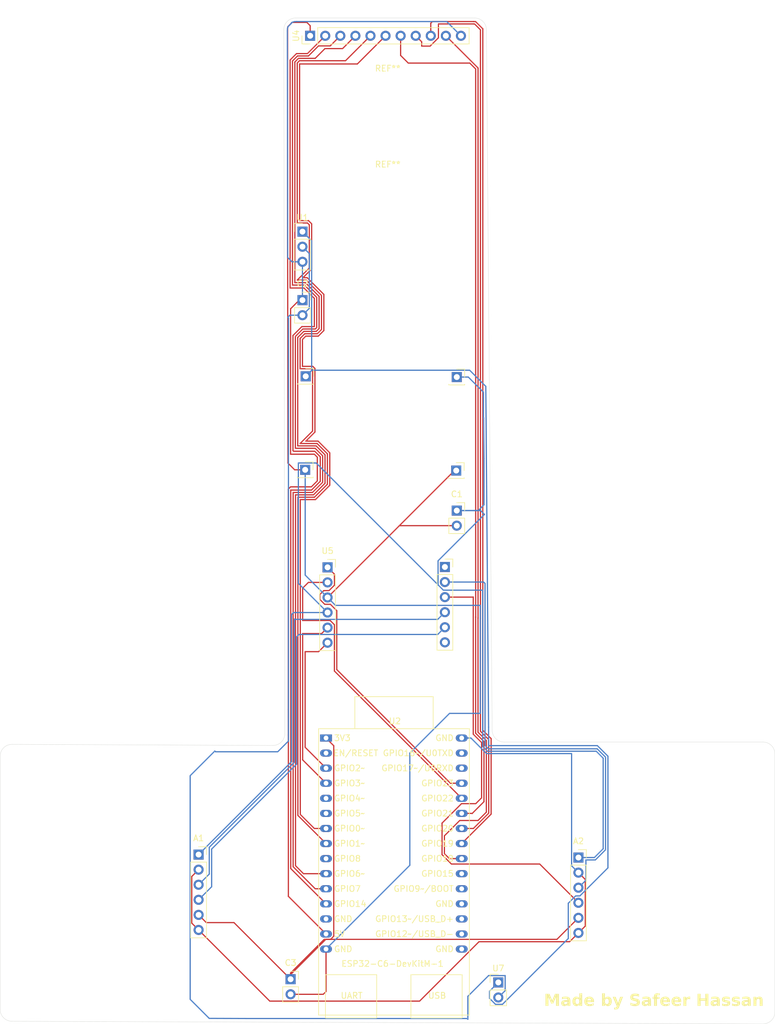
<source format=kicad_pcb>
(kicad_pcb (version 20241229) (generator "pcbnew") (generator_version "9.0")
  (layers (0 "F.Cu" signal) (2 "B.Cu" signal) (13 "F.Paste" user) (15 "B.Paste" user) (5 "F.SilkS" user "F.Silkscreen") (7 "B.SilkS" user "B.Silkscreen") (1 "F.Mask" user) (3 "B.Mask" user) (25 "Edge.Cuts" user))
  (net 0 "")
  (net 1 "Net-(A1-Encoder+)")
  (net 2 "Net-(A1-Motor+)")
  (net 3 "Net-(A1-Encoder-)")
  (net 4 "Net-(A1-IN2)")
  (net 5 "Net-(A1-IN1)")
  (net 6 "Net-(A2-IN2)")
  (net 7 "Net-(A2-IN1)")
  (net 8 "Net-(U4-GND)")
  (net 9 "Net-(U1-GND)")
  (net 10 "Net-(U1-VCC_5V)")
  (net 11 "Net-(U1-VCC)")
  (net 15 "Net-(U2-GPIO23)")
  (net 16 "Net-(U2-GPIO14)")
  (net 21 "Net-(U2-GPIO20)")
  (net 22 "Net-(U2-GPIO6)")
  (net 24 "Net-(U2-GPIO22)")
  (net 25 "Net-(U2-GPIO7)")
  (net 26 "Net-(U2-GPIO18)")
  (net 27 "Net-(U2-GPIO1)")
  (net 29 "Net-(U2-GPIO2)")
  (net 31 "Net-(U2-GPIO21)")
  (net 32 "Net-(U2-GPIO3)")
  (net 34 "Net-(U2-GPIO19)")
  (net 37 "Net-(U2-GPIO0)")
  (footprint "Line Following Robot:Capacitor" (layer "F.Cu") (at 114 98.5)
    (property "Reference" "C1" (at 0 -2.77 0) (layer "F.SilkS"))
    (property "Value" "470 uF")
    (pad "1" thru_hole rect (at 0 0) (size 1.7 1.7) (drill 1) (layers "*.Cu" "*.Mask") (net 2 "Net-(A1-Motor+)"))
    (pad "2" thru_hole circle (at 0 2.54) (size 1.7 1.7) (drill 1) (layers "*.Cu" "*.Mask") (net 8 "Net-(U4-GND)"))
  )
  (footprint "MountingHole:MountingHole_2.2mm_M2" (layer "F.Cu") (at 62.32 154.45)
    (property "Reference" "REF**" (hide yes))
    (property "Value" "MountingHole_2.2mm_M2")
    (pad "" np_thru_hole circle (at 0 0) (size 2.2 2.2) (drill 2.2) (layers "*.Cu" "*.Mask"))
  )
  (footprint "MountingHole:MountingHole_2.7mm" (layer "F.Cu") (at 102.38 27.65)
    (property "Reference" "REF**" (at 0 -3.65 0) (layer "F.SilkS"))
    (property "Value" "MountingHole_2.7mm")
    (pad "" np_thru_hole circle (at 0 0) (size 2.7 2.7) (drill 2.7) (layers "*.Cu" "*.Mask"))
  )
  (footprint "Line Following Robot:5V Buck Convertor" (layer "F.Cu") (at 88 51.5)
    (property "Reference" "U1" (at 0 -2.38 0) (layer "F.SilkS"))
    (property "Value" "5V Buck Convertor")
    (pad "1" thru_hole rect (at 0 0) (size 1.7 1.7) (drill 1) (layers "*.Cu" "*.Mask") (net 11 "Net-(U1-VCC)"))
    (pad "2" thru_hole circle (at 0 2.54) (size 1.7 1.7) (drill 1) (layers "*.Cu" "*.Mask") (net 9 "Net-(U1-GND)"))
    (pad "3" thru_hole circle (at 0 5.08) (size 1.7 1.7) (drill 1) (layers "*.Cu" "*.Mask") (net 10 "Net-(U1-VCC_5V)"))
  )
  (footprint "MountingHole:MountingHole_2.2mm_M2" (layer "F.Cu") (at 142.06 172.95)
    (property "Reference" "REF**" (hide yes))
    (property "Value" "MountingHole_2.2mm_M2")
    (pad "" np_thru_hole circle (at 0 0) (size 2.2 2.2) (drill 2.2) (layers "*.Cu" "*.Mask"))
  )
  (footprint "Line Following Robot:Motor" (layer "F.Cu") (at 70.5 156.46)
    (property "Reference" "A1" (at 0 -2.77 0) (layer "F.SilkS"))
    (property "Value" "N20 Micro Gear Motor")
    (pad "1" thru_hole rect (at 0 0) (size 1.7 1.7) (drill 1) (layers "*.Cu" "*.Mask") (net 2 "Net-(A1-Motor+)"))
    (pad "2" thru_hole circle (at 0 2.54) (size 1.7 1.7) (drill 1) (layers "*.Cu" "*.Mask") (net 3 "Net-(A1-Encoder-)"))
    (pad "3" thru_hole circle (at 0 5.08) (size 1.7 1.7) (drill 1) (layers "*.Cu" "*.Mask") (net 5 "Net-(A1-IN1)"))
    (pad "4" thru_hole circle (at 0 7.62) (size 1.7 1.7) (drill 1) (layers "*.Cu" "*.Mask") (net 4 "Net-(A1-IN2)"))
    (pad "5" thru_hole circle (at 0 10.16) (size 1.7 1.7) (drill 1) (layers "*.Cu" "*.Mask") (net 1 "Net-(A1-Encoder+)"))
    (pad "6" thru_hole circle (at 0 12.7) (size 1.7 1.7) (drill 1) (layers "*.Cu" "*.Mask") (net 3 "Net-(A1-Encoder-)"))
  )
  (footprint "Espressif:ESP32-C6-DevKitM-1" (layer "F.Cu") (at 91.971 136.82032)
    (property "Reference" "U2" (at 11.6078 -2.8448 0) (layer "F.SilkS"))
    (property "Value" "ESP32-C6-DevKitM-1" (at 11.2 38.033 180) (layer "F.SilkS"))
    (fp_text user "GPIO5~" (at 1.27 12.7 0) (layer "F.SilkS") (effects (justify left)))
    (fp_text user "GPIO13~/USB_D+" (at 21.59 30.48 0) (layer "F.SilkS") (effects (justify right)))
    (fp_text user "GPIO18" (at 21.59 20.32 0) (layer "F.SilkS") (effects (justify right)))
    (fp_text user "GPIO17~/U0RXD" (at 21.59 5.08 0) (layer "F.SilkS") (effects (justify right)))
    (fp_text user "GPIO20" (at 21.59 15.24 0) (layer "F.SilkS") (effects (justify right)))
    (fp_text user "5V" (at 1.27 33.02 0) (layer "F.SilkS") (effects (justify left)))
    (fp_text user "GPIO3~" (at 1.27 7.62 0) (layer "F.SilkS") (effects (justify left)))
    (fp_text user "GND" (at 1.27 30.48 0) (layer "F.SilkS") (effects (justify left)))
    (fp_text user "3V3" (at 1.27 0 0) (layer "F.SilkS") (effects (justify left)))
    (fp_text user "GPIO8" (at 1.27 20.32 0) (layer "F.SilkS") (effects (justify left)))
    (fp_text user "GPIO23" (at 21.59 7.62 0) (layer "F.SilkS") (effects (justify right)))
    (fp_text user "GND" (at 21.59 27.94 0) (layer "F.SilkS") (effects (justify right)))
    (fp_text user "GPIO2~" (at 1.27 5.08 0) (layer "F.SilkS") (effects (justify left)))
    (fp_text user "GPIO12~/USB_D-" (at 21.59 33.02 0) (layer "F.SilkS") (effects (justify right)))
    (fp_text user "GPIO22" (at 21.59 10.16 0) (layer "F.SilkS") (effects (justify right)))
    (fp_text user "GPIO21" (at 21.59 12.7 0) (layer "F.SilkS") (effects (justify right)))
    (fp_text user "GPIO14" (at 1.27 27.94 0) (layer "F.SilkS") (effects (justify left)))
    (fp_text user "GND" (at 21.59 35.56 0) (layer "F.SilkS") (effects (justify right)))
    (fp_text user "GPIO6~" (at 1.27 22.86 0) (layer "F.SilkS") (effects (justify left)))
    (fp_text user "GND" (at 1.27 35.56 0) (layer "F.SilkS") (effects (justify left)))
    (fp_text user "GPIO1~" (at 1.27 17.78 0) (layer "F.SilkS") (effects (justify left)))
    (fp_text user "GPIO4~" (at 1.27 10.16 0) (layer "F.SilkS") (effects (justify left)))
    (fp_text user "USB" (at 18.7198 43.9898 0) (layer "F.SilkS") (effects (justify bottom)))
    (fp_text user "GPIO9~/BOOT" (at 21.59 25.4 0) (layer "F.SilkS") (effects (justify right)))
    (fp_text user "GPIO7" (at 1.27 25.4 0) (layer "F.SilkS") (effects (justify left)))
    (fp_text user "EN/RESET" (at 8.88632 2.54 0) (layer "F.SilkS") (effects (justify right)))
    (fp_text user "UART" (at 4.3198 43.9898 0) (layer "F.SilkS") (effects (justify bottom)))
    (fp_text user "GPIO16~/U0TXD" (at 21.59 2.54 0) (layer "F.SilkS") (effects (justify right)))
    (fp_text user "GPIO0~" (at 1.27 15.24 0) (layer "F.SilkS") (effects (justify left)))
    (fp_text user "GPIO19" (at 21.59 17.78 0) (layer "F.SilkS") (effects (justify right)))
    (fp_text user "GND" (at 21.59 0 0) (layer "F.SilkS") (effects (justify right)))
    (fp_text user "GPIO15" (at 21.59 22.86 0) (layer "F.SilkS") (effects (justify right)))
    (pad "1" thru_hole rect (at 0 0 270) (size 1.2 2) (drill 0.8) (layers "*.Cu" "*.Mask") (net 1 "Net-(A1-Encoder+)"))
    (pad "2" thru_hole oval (at 0 2.54 270) (size 1.2 2) (drill 0.8) (layers "*.Cu" "*.Mask"))
    (pad "3" thru_hole oval (at 0 5.08 270) (size 1.2 2) (drill 0.8) (layers "*.Cu" "*.Mask") (net 29 "Net-(U2-GPIO2)"))
    (pad "4" thru_hole oval (at 0 7.62 270) (size 1.2 2) (drill 0.8) (layers "*.Cu" "*.Mask") (net 32 "Net-(U2-GPIO3)"))
    (pad "5" thru_hole oval (at 0 10.16 270) (size 1.2 2) (drill 0.8) (layers "*.Cu" "*.Mask"))
    (pad "6" thru_hole oval (at 0 12.7 270) (size 1.2 2) (drill 0.8) (layers "*.Cu" "*.Mask"))
    (pad "7" thru_hole oval (at 0 15.24 270) (size 1.2 2) (drill 0.8) (layers "*.Cu" "*.Mask") (net 37 "Net-(U2-GPIO0)"))
    (pad "8" thru_hole oval (at 0 17.78 270) (size 1.2 2) (drill 0.8) (layers "*.Cu" "*.Mask") (net 27 "Net-(U2-GPIO1)"))
    (pad "9" thru_hole oval (at 0 20.32 270) (size 1.2 2) (drill 0.8) (layers "*.Cu" "*.Mask"))
    (pad "10" thru_hole oval (at 0 22.86 270) (size 1.2 2) (drill 0.8) (layers "*.Cu" "*.Mask") (net 22 "Net-(U2-GPIO6)"))
    (pad "11" thru_hole oval (at 0 25.4 270) (size 1.2 2) (drill 0.8) (layers "*.Cu" "*.Mask") (net 25 "Net-(U2-GPIO7)"))
    (pad "12" thru_hole oval (at 0 27.94 270) (size 1.2 2) (drill 0.8) (layers "*.Cu" "*.Mask") (net 16 "Net-(U2-GPIO14)"))
    (pad "13" thru_hole oval (at 0 30.48 270) (size 1.2 2) (drill 0.8) (layers "*.Cu" "*.Mask"))
    (pad "14" thru_hole oval (at 0 33.02 270) (size 1.2 2) (drill 0.8) (layers "*.Cu" "*.Mask") (net 10 "Net-(U1-VCC_5V)"))
    (pad "15" thru_hole oval (at 0 35.56 270) (size 1.2 2) (drill 0.8) (layers "*.Cu" "*.Mask") (net 8 "Net-(U4-GND)"))
    (pad "16" thru_hole oval (at 22.86 35.56 270) (size 1.2 2) (drill 0.8) (layers "*.Cu" "*.Mask"))
    (pad "17" thru_hole oval (at 22.86 33.02 270) (size 1.2 2) (drill 0.8) (layers "*.Cu" "*.Mask"))
    (pad "18" thru_hole oval (at 22.86 30.48 270) (size 1.2 2) (drill 0.8) (layers "*.Cu" "*.Mask"))
    (pad "19" thru_hole oval (at 22.86 27.94 270) (size 1.2 2) (drill 0.8) (layers "*.Cu" "*.Mask"))
    (pad "20" thru_hole oval (at 22.86 25.4 270) (size 1.2 2) (drill 0.8) (layers "*.Cu" "*.Mask"))
    (pad "21" thru_hole oval (at 22.86 22.86 270) (size 1.2 2) (drill 0.8) (layers "*.Cu" "*.Mask"))
    (pad "22" thru_hole oval (at 22.86 20.32 270) (size 1.2 2) (drill 0.8) (layers "*.Cu" "*.Mask") (net 26 "Net-(U2-GPIO18)"))
    (pad "23" thru_hole oval (at 22.86 17.78 270) (size 1.2 2) (drill 0.8) (layers "*.Cu" "*.Mask") (net 34 "Net-(U2-GPIO19)"))
    (pad "24" thru_hole oval (at 22.86 15.24 270) (size 1.2 2) (drill 0.8) (layers "*.Cu" "*.Mask") (net 21 "Net-(U2-GPIO20)"))
    (pad "25" thru_hole oval (at 22.86 12.7 270) (size 1.2 2) (drill 0.8) (layers "*.Cu" "*.Mask") (net 31 "Net-(U2-GPIO21)"))
    (pad "26" thru_hole oval (at 22.86 10.16 270) (size 1.2 2) (drill 0.8) (layers "*.Cu" "*.Mask") (net 24 "Net-(U2-GPIO22)"))
    (pad "27" thru_hole oval (at 22.86 7.62 270) (size 1.2 2) (drill 0.8) (layers "*.Cu" "*.Mask") (net 15 "Net-(U2-GPIO23)"))
    (pad "28" thru_hole oval (at 22.86 5.08 270) (size 1.2 2) (drill 0.8) (layers "*.Cu" "*.Mask"))
    (pad "29" thru_hole oval (at 22.86 2.54 270) (size 1.2 2) (drill 0.8) (layers "*.Cu" "*.Mask"))
    (pad "30" thru_hole oval (at 22.86 0 270) (size 1.2 2) (drill 0.8) (layers "*.Cu" "*.Mask") (net 3 "Net-(A1-Encoder-)"))
  )
  (footprint "Line Following Robot:Battery" (layer "F.Cu") (at 121 178)
    (property "Reference" "U7" (at 0 -2.38 0) (layer "F.SilkS"))
    (property "Value" "Battery")
    (pad "1" thru_hole rect (at 0 0) (size 1.7 1.7) (drill 1) (layers "*.Cu" "*.Mask") (net 11 "Net-(U1-VCC)"))
    (pad "2" thru_hole circle (at 0 2.54) (size 1.7 1.7) (drill 1) (layers "*.Cu" "*.Mask") (net 9 "Net-(U1-GND)"))
  )
  (footprint "MountingHole:MountingHole_2.2mm_M2" (layer "F.Cu") (at 142.16 154.94)
    (property "Reference" "REF**" (hide yes))
    (property "Value" "MountingHole_2.2mm_M2")
    (pad "" np_thru_hole circle (at 0 0) (size 2.2 2.2) (drill 2.2) (layers "*.Cu" "*.Mask"))
  )
  (footprint "Line Following Robot:Motor Driver" (layer "F.Cu") (at 92.23 108.06)
    (property "Reference" "U5" (at 0 -2.77 0) (layer "F.SilkS"))
    (property "Value" "Motor Driver")
    (pad "1" thru_hole circle (at 0 12.7) (size 1.7 1.7) (drill 1) (layers "*.Cu" "*.Mask") (net 29 "Net-(U2-GPIO2)"))
    (pad "2" thru_hole circle (at 0 10.16) (size 1.7 1.7) (drill 1) (layers "*.Cu" "*.Mask") (net 32 "Net-(U2-GPIO3)"))
    (pad "3" thru_hole circle (at 0 2.54) (size 1.7 1.7) (drill 1) (layers "*.Cu" "*.Mask") (net 24 "Net-(U2-GPIO22)"))
    (pad "4" thru_hole rect (at 0 0) (size 1.7 1.7) (drill 1) (layers "*.Cu" "*.Mask") (net 15 "Net-(U2-GPIO23)"))
    (pad "5" thru_hole circle (at 0 7.62) (size 1.7 1.7) (drill 1) (layers "*.Cu" "*.Mask") (net 2 "Net-(A1-Motor+)"))
    (pad "6" thru_hole circle (at 0 5.08) (size 1.7 1.7) (drill 1) (layers "*.Cu" "*.Mask") (net 8 "Net-(U4-GND)"))
    (pad "7" thru_hole circle (at 19.77 2.48) (size 1.7 1.7) (drill 1) (layers "*.Cu" "*.Mask") (net 7 "Net-(A2-IN1)"))
    (pad "8" thru_hole circle (at 19.77 5.02) (size 1.7 1.7) (drill 1) (layers "*.Cu" "*.Mask") (net 6 "Net-(A2-IN2)"))
    (pad "9" thru_hole circle (at 19.77 7.56) (size 1.7 1.7) (drill 1) (layers "*.Cu" "*.Mask") (net 5 "Net-(A1-IN1)"))
    (pad "10" thru_hole circle (at 19.77 10.1) (size 1.7 1.7) (drill 1) (layers "*.Cu" "*.Mask") (net 4 "Net-(A1-IN2)"))
    (pad "11" thru_hole rect (at 19.77 -0.06) (size 1.7 1.7) (drill 1) (layers "*.Cu" "*.Mask"))
    (pad "12" thru_hole circle (at 19.77 12.64) (size 1.7 1.7) (drill 1) (layers "*.Cu" "*.Mask"))
  )
  (footprint "Line Following Robot:Capacitor" (layer "F.Cu") (at 86 177.46)
    (property "Reference" "C3" (at 0 -2.77 0) (layer "F.SilkS"))
    (property "Value" "100 nF")
    (pad "1" thru_hole rect (at 0 0) (size 1.7 1.7) (drill 1) (layers "*.Cu" "*.Mask") (net 1 "Net-(A1-Encoder+)"))
    (pad "2" thru_hole circle (at 0 2.54) (size 1.7 1.7) (drill 1) (layers "*.Cu" "*.Mask") (net 8 "Net-(U4-GND)"))
  )
  (footprint "Line Following Robot:IR Sensor Array" (layer "F.Cu") (at 89.3 18.5 90)
    (property "Reference" "U4" (at 0 -2.38 90) (layer "F.SilkS"))
    (property "Value" "IR Sensor Array")
    (pad "1" thru_hole rect (at 0 0 90) (size 1.7 1.7) (drill 1) (layers "*.Cu" "*.Mask") (net 8 "Net-(U4-GND)"))
    (pad "2" thru_hole circle (at 0 2.54 90) (size 1.7 1.7) (drill 1) (layers "*.Cu" "*.Mask") (net 16 "Net-(U2-GPIO14)"))
    (pad "3" thru_hole circle (at 0 5.08 90) (size 1.7 1.7) (drill 1) (layers "*.Cu" "*.Mask") (net 25 "Net-(U2-GPIO7)"))
    (pad "4" thru_hole circle (at 0 7.62 90) (size 1.7 1.7) (drill 1) (layers "*.Cu" "*.Mask") (net 22 "Net-(U2-GPIO6)"))
    (pad "5" thru_hole circle (at 0 10.16 90) (size 1.7 1.7) (drill 1) (layers "*.Cu" "*.Mask") (net 27 "Net-(U2-GPIO1)"))
    (pad "6" thru_hole circle (at 0 12.7 90) (size 1.7 1.7) (drill 1) (layers "*.Cu" "*.Mask") (net 37 "Net-(U2-GPIO0)"))
    (pad "7" thru_hole circle (at 0 15.24 90) (size 1.7 1.7) (drill 1) (layers "*.Cu" "*.Mask") (net 31 "Net-(U2-GPIO21)"))
    (pad "8" thru_hole circle (at 0 17.78 90) (size 1.7 1.7) (drill 1) (layers "*.Cu" "*.Mask") (net 21 "Net-(U2-GPIO20)"))
    (pad "9" thru_hole circle (at 0 20.32 90) (size 1.7 1.7) (drill 1) (layers "*.Cu" "*.Mask") (net 34 "Net-(U2-GPIO19)"))
    (pad "10" thru_hole circle (at 0 22.86 90) (size 1.7 1.7) (drill 1) (layers "*.Cu" "*.Mask") (net 26 "Net-(U2-GPIO18)"))
    (pad "11" thru_hole circle (at 0 25.4 90) (size 1.7 1.7) (drill 1) (layers "*.Cu" "*.Mask") (net 10 "Net-(U1-VCC_5V)"))
  )
  (footprint "MountingHole:MountingHole_2.2mm_M2" (layer "F.Cu") (at 62.22 172.46)
    (property "Reference" "REF**" (hide yes))
    (property "Value" "MountingHole_2.2mm_M2")
    (pad "" np_thru_hole circle (at 0 0) (size 2.2 2.2) (drill 2.2) (layers "*.Cu" "*.Mask"))
  )
  (footprint "Line Following Robot:Capacitor" (layer "F.Cu") (at 88 63.04)
    (property "Reference" "C2" (at 0 -2.77 0) (layer "F.SilkS"))
    (property "Value" "220 uF")
    (pad "1" thru_hole rect (at 0 0) (size 1.7 1.7) (drill 1) (layers "*.Cu" "*.Mask") (net 10 "Net-(U1-VCC_5V)"))
    (pad "2" thru_hole circle (at 0 2.54) (size 1.7 1.7) (drill 1) (layers "*.Cu" "*.Mask") (net 9 "Net-(U1-GND)"))
  )
  (footprint "Line Following Robot:Motor" (layer "F.Cu") (at 134.5 156.96)
    (property "Reference" "A2" (at 0 -2.77 0) (layer "F.SilkS"))
    (property "Value" "N20 Micro Gear Motor")
    (pad "1" thru_hole rect (at 0 0) (size 1.7 1.7) (drill 1) (layers "*.Cu" "*.Mask") (net 2 "Net-(A1-Motor+)"))
    (pad "2" thru_hole circle (at 0 2.54) (size 1.7 1.7) (drill 1) (layers "*.Cu" "*.Mask") (net 3 "Net-(A1-Encoder-)"))
    (pad "3" thru_hole circle (at 0 5.08) (size 1.7 1.7) (drill 1) (layers "*.Cu" "*.Mask") (net 7 "Net-(A2-IN1)"))
    (pad "4" thru_hole circle (at 0 7.62) (size 1.7 1.7) (drill 1) (layers "*.Cu" "*.Mask") (net 6 "Net-(A2-IN2)"))
    (pad "5" thru_hole circle (at 0 10.16) (size 1.7 1.7) (drill 1) (layers "*.Cu" "*.Mask") (net 1 "Net-(A1-Encoder+)"))
    (pad "6" thru_hole circle (at 0 12.7) (size 1.7 1.7) (drill 1) (layers "*.Cu" "*.Mask") (net 3 "Net-(A1-Encoder-)"))
  )
  (footprint "MountingHole:MountingHole_2.7mm" (layer "F.Cu") (at 102.38 43.82)
    (property "Reference" "REF**" (at 0 -3.65 0) (layer "F.SilkS"))
    (property "Value" "MountingHole_2.7mm")
    (pad "" np_thru_hole circle (at 0 0) (size 2.7 2.7) (drill 2.7) (layers "*.Cu" "*.Mask"))
  )
  (footprint "Line Following Robot:6V New Buck Convertor" (layer "F.Cu") (at 88.55 75.875)
    (property "Reference" "U3" (hide yes))
    (property "Value" "6V Buck Convertor" (hide yes))
    (pad "1" thru_hole rect (at 0 0) (size 1.7 1.7) (drill 1) (layers "*.Cu" "*.Mask") (net 11 "Net-(U1-VCC)"))
    (pad "2" thru_hole rect (at -0.09 15.755) (size 1.7 1.7) (drill 1) (layers "*.Cu" "*.Mask") (net 8 "Net-(U4-GND)"))
    (pad "3" thru_hole rect (at 25.45 0.125) (size 1.7 1.7) (drill 1) (layers "*.Cu" "*.Mask") (net 2 "Net-(A1-Motor+)"))
    (pad "4" thru_hole rect (at 25.36 15.88) (size 1.7 1.7) (drill 1) (layers "*.Cu" "*.Mask") (net 8 "Net-(U4-GND)"))
  )
  (gr_line (start 165.601891 137.5) (end 121.96728 137.5) (stroke (width 0.05)) (layer "Edge.Cuts"))
  (gr_arc (start 121.96728 137.5) (mid 120.558887 136.91999) (end 119.967347 135.516393) (stroke (width 0.05)) (layer "Edge.Cuts"))
  (gr_line (start 116.999932 15.5) (end 86.849811 15.5) (stroke (width 0.05)) (layer "Edge.Cuts"))
  (gr_arc (start 84.849813 17.502958) (mid 85.434553 16.086836) (end 86.849811 15.5) (stroke (width 0.05)) (layer "Edge.Cuts"))
  (gr_line (start 84.849813 17.502958) (end 85.025152 136.070072) (stroke (width 0.05)) (layer "Edge.Cuts"))
  (gr_line (start 119.967347 135.516393) (end 118.999865 17.483607) (stroke (width 0.05)) (layer "Edge.Cuts"))
  (gr_line (start 83.016784 138.073013) (end 39.071391 137.889104) (stroke (width 0.05)) (layer "Edge.Cuts"))
  (gr_arc (start 167.601891 182.982655) (mid 167.013667 184.399344) (end 165.594958 184.982643) (stroke (width 0.05)) (layer "Edge.Cuts"))
  (gr_line (start 39.056088 184.54398) (end 165.594958 184.982643) (stroke (width 0.05)) (layer "Edge.Cuts"))
  (gr_arc (start 37.063021 139.889086) (mid 37.65177 138.471916) (end 39.071391 137.889104) (stroke (width 0.05)) (layer "Edge.Cuts"))
  (gr_arc (start 39.056088 184.54398) (mid 37.646358 183.955752) (end 37.063021 182.543992) (stroke (width 0.05)) (layer "Edge.Cuts"))
  (gr_arc (start 85.025152 136.070072) (mid 84.43744 137.48912) (end 83.016784 138.073013) (stroke (width 0.05)) (layer "Edge.Cuts"))
  (gr_line (start 37.063021 139.889086) (end 37.063021 182.543992) (stroke (width 0.05)) (layer "Edge.Cuts"))
  (gr_arc (start 116.999932 15.5) (mid 118.408317 16.080014) (end 118.999865 17.483607) (stroke (width 0.05)) (layer "Edge.Cuts"))
  (gr_line (start 167.601891 182.982655) (end 167.601891 139.5) (stroke (width 0.05)) (layer "Edge.Cuts"))
  (gr_arc (start 165.601891 137.5) (mid 167.01611 138.085783) (end 167.601891 139.5) (stroke (width 0.05)) (layer "Edge.Cuts"))
  (gr_text "Made by Safeer Hassan" (at 128.69 182.3 0) (layer "F.SilkS") (effects (font (size 2 2)) (justify left bottom)))
  (segment (start 86 177.46) (end 76.46 167.92) (width 0.2) (layer "F.Cu") (net 1))
  (segment (start 91.66868 170.74132) (end 86 176.41) (width 0.2) (layer "F.Cu") (net 1))
  (segment (start 91.971 136.82032) (end 93.272 138.12132) (width 0.2) (layer "F.Cu") (net 1))
  (segment (start 93.272 170.213526) (end 92.744206 170.74132) (width 0.2) (layer "F.Cu") (net 1))
  (segment (start 93.272 138.12132) (end 93.272 170.213526) (width 0.2) (layer "F.Cu") (net 1))
  (segment (start 86 177.46) (end 86 176.677114) (width 0.2) (layer "F.Cu") (net 1))
  (segment (start 71.8 167.92) (end 70.5 166.62) (width 0.2) (layer "F.Cu") (net 1))
  (segment (start 130.87868 170.74132) (end 134.5 167.12) (width 0.2) (layer "F.Cu") (net 1))
  (segment (start 86 176.677114) (end 91.935794 170.74132) (width 0.2) (layer "F.Cu") (net 1))
  (segment (start 76.46 167.92) (end 71.8 167.92) (width 0.2) (layer "F.Cu") (net 1))
  (segment (start 86 176.41) (end 86 177.46) (width 0.2) (layer "F.Cu") (net 1))
  (segment (start 92.744206 170.74132) (end 91.66868 170.74132) (width 0.2) (layer "F.Cu") (net 1))
  (segment (start 91.935794 170.74132) (end 130.87868 170.74132) (width 0.2) (layer "F.Cu") (net 1))
  (segment (start 118.59 89.728229) (end 118.59 97.52) (width 0.2) (layer "B.Cu") (net 2))
  (segment (start 118.361581 111.91) (end 118.361581 138.225781) (width 0.2) (layer "B.Cu") (net 2))
  (segment (start 87.309 110.759) (end 92.23 115.68) (width 0.2) (layer "B.Cu") (net 2))
  (segment (start 114 76) (end 115.94 76) (width 0.2) (layer "B.Cu") (net 2))
  (segment (start 118.498445 78.558445) (end 118.498445 82.860561) (width 0.2) (layer "B.Cu") (net 2))
  (segment (start 110.849 111.01676) (end 111.74224 111.91) (width 0.2) (layer "B.Cu") (net 2))
  (segment (start 138.669 155.48) (end 137.189 156.96) (width 0.2) (layer "B.Cu") (net 2))
  (segment (start 110.849 106.960151) (end 110.849 111.01676) (width 0.2) (layer "B.Cu") (net 2))
  (segment (start 118.533999 82.896115) (end 118.59 89.728229) (width 0.2) (layer "B.Cu") (net 2))
  (segment (start 86.15 116.03) (end 86.5 115.68) (width 0.2) (layer "B.Cu") (net 2))
  (segment (start 137.49645 139.04355) (end 138.669 140.2161) (width 0.2) (layer "B.Cu") (net 2))
  (segment (start 137.189 156.96) (end 134.5 156.96) (width 0.2) (layer "B.Cu") (net 2))
  (segment (start 118.667161 99.14199) (end 110.849 106.960151) (width 0.2) (layer "B.Cu") (net 2))
  (segment (start 118.361581 138.225781) (end 119.17935 139.04355) (width 0.2) (layer "B.Cu") (net 2))
  (segment (start 117.61 98.5) (end 114 98.5) (width 0.2) (layer "B.Cu") (net 2))
  (segment (start 118.59 97.52) (end 117.61 98.5) (width 0.2) (layer "B.Cu") (net 2))
  (segment (start 90.31124 90.479) (end 87.309 90.479) (width 0.2) (layer "B.Cu") (net 2))
  (segment (start 118.498445 82.860561) (end 118.533999 82.896115) (width 0.2) (layer "B.Cu") (net 2))
  (segment (start 119.17935 139.04355) (end 137.49645 139.04355) (width 0.2) (layer "B.Cu") (net 2))
  (segment (start 87.309 90.479) (end 87.309 110.759) (width 0.2) (layer "B.Cu") (net 2))
  (segment (start 86.15 140.81) (end 86.15 116.03) (width 0.2) (layer "B.Cu") (net 2))
  (segment (start 111.74224 111.91) (end 118.361581 111.91) (width 0.2) (layer "B.Cu") (net 2))
  (segment (start 70.5 156.46) (end 86.15 140.81) (width 0.2) (layer "B.Cu") (net 2))
  (segment (start 118.025171 98.5) (end 118.667161 99.14199) (width 0.2) (layer "B.Cu") (net 2))
  (segment (start 110.849 111.01676) (end 90.31124 90.479) (width 0.2) (layer "B.Cu") (net 2))
  (segment (start 86.5 115.68) (end 92.23 115.68) (width 0.2) (layer "B.Cu") (net 2))
  (segment (start 138.669 140.2161) (end 138.669 155.48) (width 0.2) (layer "B.Cu") (net 2))
  (segment (start 115.94 76) (end 118.498445 78.558445) (width 0.2) (layer "B.Cu") (net 2))
  (segment (start 114 98.5) (end 118.025171 98.5) (width 0.2) (layer "B.Cu") (net 2))
  (segment (start 70.5 169.16) (end 69.349 168.009) (width 0.2) (layer "F.Cu") (net 3))
  (segment (start 134.5 169.66) (end 135.651 168.509) (width 0.2) (layer "F.Cu") (net 3))
  (segment (start 82.49 181.15) (end 107.735526 181.15) (width 0.2) (layer "F.Cu") (net 3))
  (segment (start 117.743206 171.14232) (end 133.01768 171.14232) (width 0.2) (layer "F.Cu") (net 3))
  (segment (start 135.651 160.651) (end 134.5 159.5) (width 0.2) (layer "F.Cu") (net 3))
  (segment (start 107.735526 181.15) (end 117.743206 171.14232) (width 0.2) (layer "F.Cu") (net 3))
  (segment (start 70.5 169.16) (end 82.49 181.15) (width 0.2) (layer "F.Cu") (net 3))
  (segment (start 133.01768 171.14232) (end 134.5 169.66) (width 0.2) (layer "F.Cu") (net 3))
  (segment (start 135.651 168.509) (end 135.651 160.651) (width 0.2) (layer "F.Cu") (net 3))
  (segment (start 69.349 160.151) (end 70.5 159) (width 0.2) (layer "F.Cu") (net 3))
  (segment (start 69.349 168.009) (end 69.349 160.151) (width 0.2) (layer "F.Cu") (net 3))
  (segment (start 119.01325 139.44455) (end 116.38902 136.82032) (width 0.2) (layer "B.Cu") (net 3))
  (segment (start 133.349 139.44455) (end 119.01325 139.44455) (width 0.2) (layer "B.Cu") (net 3))
  (segment (start 134.5 159.5) (end 133.349 158.349) (width 0.2) (layer "B.Cu") (net 3))
  (segment (start 133.349 158.349) (end 133.349 139.44455) (width 0.2) (layer "B.Cu") (net 3))
  (segment (start 116.38902 136.82032) (end 114.831 136.82032) (width 0.2) (layer "B.Cu") (net 3))
  (segment (start 72.69955 155.53) (end 72.69955 161.88045) (width 0.2) (layer "B.Cu") (net 4))
  (segment (start 72.69955 161.88045) (end 70.5 164.08) (width 0.2) (layer "B.Cu") (net 4))
  (segment (start 87.021 141.20855) (end 72.69955 155.53) (width 0.2) (layer "B.Cu") (net 4))
  (segment (start 112 118.16) (end 110.789 119.371) (width 0.2) (layer "B.Cu") (net 4))
  (segment (start 87.021 119.769) (end 87.021 141.20855) (width 0.2) (layer "B.Cu") (net 4))
  (segment (start 110.789 119.371) (end 87.419 119.371) (width 0.2) (layer "B.Cu") (net 4))
  (segment (start 87.419 119.371) (end 87.021 119.769) (width 0.2) (layer "B.Cu") (net 4))
  (segment (start 70.5 161.54) (end 72.29855 159.74145) (width 0.2) (layer "B.Cu") (net 5))
  (segment (start 72.29855 155.22855) (end 86.62 140.9071) (width 0.2) (layer "B.Cu") (net 5))
  (segment (start 86.671 116.831) (end 110.789 116.831) (width 0.2) (layer "B.Cu") (net 5))
  (segment (start 72.29855 159.74145) (end 72.29855 155.22855) (width 0.2) (layer "B.Cu") (net 5))
  (segment (start 86.62 116.78) (end 86.671 116.831) (width 0.2) (layer "B.Cu") (net 5))
  (segment (start 86.62 140.9071) (end 86.62 116.78) (width 0.2) (layer "B.Cu") (net 5))
  (segment (start 110.789 116.831) (end 112 115.62) (width 0.2) (layer "B.Cu") (net 5))
  (segment (start 116.777 136.1754) (end 116.777 113.055702) (width 0.2) (layer "F.Cu") (net 6))
  (segment (start 116.777 113.055702) (end 116.752702 113.08) (width 0.2) (layer "F.Cu") (net 6))
  (segment (start 117.19868 147.88132) (end 118.182388 146.897612) (width 0.2) (layer "F.Cu") (net 6))
  (segment (start 111.519 156.4761) (end 111.519 151.158114) (width 0.2) (layer "F.Cu") (net 6))
  (segment (start 111.519 151.158114) (end 114.795794 147.88132) (width 0.2) (layer "F.Cu") (net 6))
  (segment (start 116.752702 113.08) (end 112 113.08) (width 0.2) (layer "F.Cu") (net 6))
  (segment (start 127.97 158.05) (end 113.0929 158.05) (width 0.2) (layer "F.Cu") (net 6))
  (segment (start 114.795794 147.88132) (end 117.19868 147.88132) (width 0.2) (layer "F.Cu") (net 6))
  (segment (start 113.0929 158.05) (end 111.519 156.4761) (width 0.2) (layer "F.Cu") (net 6))
  (segment (start 118.182388 137.580788) (end 116.777 136.1754) (width 0.2) (layer "F.Cu") (net 6))
  (segment (start 134.5 164.58) (end 127.97 158.05) (width 0.2) (layer "F.Cu") (net 6))
  (segment (start 118.182388 146.897612) (end 118.182388 137.580788) (width 0.2) (layer "F.Cu") (net 6))
  (segment (start 135.761 160.779) (end 134.5 162.04) (width 0.2) (layer "B.Cu") (net 7))
  (segment (start 112 110.54) (end 118.519405 110.54) (width 0.2) (layer "B.Cu") (net 7))
  (segment (start 139.07 155.6461) (end 137.3551 157.361) (width 0.2) (layer "B.Cu") (net 7))
  (segment (start 135.761 157.361) (end 135.761 160.779) (width 0.2) (layer "B.Cu") (net 7))
  (segment (start 139.07 140.05) (end 139.07 155.6461) (width 0.2) (layer "B.Cu") (net 7))
  (segment (start 137.66255 138.64255) (end 139.07 140.05) (width 0.2) (layer "B.Cu") (net 7))
  (segment (start 137.3551 157.361) (end 135.761 157.361) (width 0.2) (layer "B.Cu") (net 7))
  (segment (start 119.34545 138.64255) (end 137.66255 138.64255) (width 0.2) (layer "B.Cu") (net 7))
  (segment (start 118.762581 110.783176) (end 118.762581 138.059681) (width 0.2) (layer "B.Cu") (net 7))
  (segment (start 118.519405 110.54) (end 118.762581 110.783176) (width 0.2) (layer "B.Cu") (net 7))
  (segment (start 118.762581 138.059681) (end 119.34545 138.64255) (width 0.2) (layer "B.Cu") (net 7))
  (segment (start 85.558763 90.499913) (end 86.68885 91.63) (width 0.2) (layer "F.Cu") (net 8))
  (segment (start 88.747227 16.247227) (end 86.252773 16.247227) (width 0.2) (layer "F.Cu") (net 8))
  (segment (start 113.91 91.755) (end 113.615 91.755) (width 0.2) (layer "F.Cu") (net 8))
  (segment (start 91.971 172.38032) (end 91.971 179.529) (width 0.2) (layer "F.Cu") (net 8))
  (segment (start 85.5 17.181978) (end 85.5 50.763762) (width 0.2) (layer "F.Cu") (net 8))
  (segment (start 86.68885 91.63) (end 88.46 91.63) (width 0.2) (layer "F.Cu") (net 8))
  (segment (start 85.557485 16.96638) (end 85.5 17.181978) (width 0.2) (layer "F.Cu") (net 8))
  (segment (start 91.971 179.529) (end 91.5 180) (width 0.2) (layer "F.Cu") (net 8))
  (segment (start 91.5 180) (end 86 180) (width 0.2) (layer "F.Cu") (net 8))
  (segment (start 89.3 18.5) (end 89.3 16.8) (width 0.2) (layer "F.Cu") (net 8))
  (segment (start 92.23 113.14) (end 104.33 101.04) (width 0.2) (layer "F.Cu") (net 8))
  (segment (start 89.3 16.8) (end 88.747227 16.247227) (width 0.2) (layer "F.Cu") (net 8))
  (segment (start 113.615 91.755) (end 104.33 101.04) (width 0.2) (layer "F.Cu") (net 8))
  (segment (start 85.589911 16.910089) (end 85.557485 16.96638) (width 0.2) (layer "F.Cu") (net 8))
  (segment (start 85.5 50.763762) (end 85.558763 90.499913) (width 0.2) (layer "F.Cu") (net 8))
  (segment (start 104.33 101.04) (end 114 101.04) (width 0.2) (layer "F.Cu") (net 8))
  (segment (start 86.252773 16.247227) (end 85.589911 16.910089) (width 0.2) (layer "F.Cu") (net 8))
  (segment (start 117.960581 132.67) (end 112.78 132.67) (width 0.2) (layer "B.Cu") (net 8))
  (segment (start 117.960581 114.47) (end 117.960581 132.67) (width 0.2) (layer "B.Cu") (net 8))
  (segment (start 106.09 158.26132) (end 91.971 172.38032) (width 0.2) (layer "B.Cu") (net 8))
  (segment (start 92.23 113.14) (end 93.56 114.47) (width 0.2) (layer "B.Cu") (net 8))
  (segment (start 93.56 114.47) (end 117.960581 114.47) (width 0.2) (layer "B.Cu") (net 8))
  (segment (start 106.09 139.36) (end 106.09 158.26132) (width 0.2) (layer "B.Cu") (net 8))
  (segment (start 112.78 132.67) (end 106.09 139.36) (width 0.2) (layer "B.Cu") (net 8))
  (segment (start 88.46 109.37) (end 92.23 113.14) (width 0.2) (layer "B.Cu") (net 8))
  (segment (start 88.46 91.63) (end 88.46 109.37) (width 0.2) (layer "B.Cu") (net 8))
  (segment (start 85.64 137.33) (end 83.83 139.14) (width 0.2) (layer "B.Cu") (net 9))
  (segment (start 122.151 176.849) (end 122.151 179.389) (width 0.2) (layer "B.Cu") (net 9))
  (segment (start 88 65.58) (end 89.151 64.429) (width 0.2) (layer "B.Cu") (net 9))
  (segment (start 69.08 143.17) (end 69.08 180.85) (width 0.2) (layer "B.Cu") (net 9))
  (segment (start 85.64 66.057557) (end 85.64 137.33) (width 0.2) (layer "B.Cu") (net 9))
  (segment (start 69.08 180.85) (end 72.28818 184.05818) (width 0.2) (layer "B.Cu") (net 9))
  (segment (start 73.23 139.02) (end 69.08 143.17) (width 0.2) (layer "B.Cu") (net 9))
  (segment (start 83.83 139.14) (end 73.35 139.14) (width 0.2) (layer "B.Cu") (net 9))
  (segment (start 122.151 179.389) (end 121 180.54) (width 0.2) (layer "B.Cu") (net 9))
  (segment (start 88 65.58) (end 85.882443 65.58) (width 0.2) (layer "B.Cu") (net 9))
  (segment (start 115.870488 180.339512) (end 119.361 176.849) (width 0.2) (layer "B.Cu") (net 9))
  (segment (start 119.361 176.849) (end 122.151 176.849) (width 0.2) (layer "B.Cu") (net 9))
  (segment (start 115.870488 184.209263) (end 115.870488 180.339512) (width 0.2) (layer "B.Cu") (net 9))
  (segment (start 89.151 64.429) (end 89.151 55.191) (width 0.2) (layer "B.Cu") (net 9))
  (segment (start 72.28818 184.05818) (end 78.582477 184.08) (width 0.2) (layer "B.Cu") (net 9))
  (segment (start 85.882443 65.58) (end 85.522443 65.94) (width 0.2) (layer "B.Cu") (net 9))
  (segment (start 89.151 55.191) (end 88 54.04) (width 0.2) (layer "B.Cu") (net 9))
  (segment (start 85.522443 65.94) (end 85.64 66.057557) (width 0.2) (layer "B.Cu") (net 9))
  (segment (start 115.741225 184.08) (end 115.870488 184.209263) (width 0.2) (layer "B.Cu") (net 9))
  (segment (start 73.35 139.14) (end 73.23 139.02) (width 0.2) (layer "B.Cu") (net 9))
  (segment (start 78.582477 184.08) (end 115.741225 184.08) (width 0.2) (layer "B.Cu") (net 9))
  (segment (start 91.971 169.84032) (end 85.624754 163.494074) (width 0.2) (layer "F.Cu") (net 10))
  (segment (start 90 89) (end 86 89) (width 0.2) (layer "F.Cu") (net 10))
  (segment (start 85.620128 94.879872) (end 86 94.5) (width 0.2) (layer "F.Cu") (net 10))
  (segment (start 85.620128 131.996125) (end 85.620128 94.879872) (width 0.2) (layer "F.Cu") (net 10))
  (segment (start 85.624754 163.494074) (end 85.626519 163.492309) (width 0.2) (layer "F.Cu") (net 10))
  (segment (start 89.5 94.5) (end 90.5 93.5) (width 0.2) (layer "F.Cu") (net 10))
  (segment (start 86 89) (end 86 64.5) (width 0.2) (layer "F.Cu") (net 10))
  (segment (start 85.626519 136.318125) (end 85.620128 131.996125) (width 0.2) (layer "F.Cu") (net 10))
  (segment (start 90.5 93.5) (end 90.5 89.5) (width 0.2) (layer "F.Cu") (net 10))
  (segment (start 90.5 89.5) (end 90 89) (width 0.2) (layer "F.Cu") (net 10))
  (segment (start 87.46 63.04) (end 88 63.04) (width 0.2) (layer "F.Cu") (net 10))
  (segment (start 86 64.5) (end 87.46 63.04) (width 0.2) (layer "F.Cu") (net 10))
  (segment (start 86 94.5) (end 89.5 94.5) (width 0.2) (layer "F.Cu") (net 10))
  (segment (start 85.626519 163.492309) (end 85.626519 136.318125) (width 0.2) (layer "F.Cu") (net 10))
  (segment (start 85.507521 55.849664) (end 86.237857 56.58) (width 0.2) (layer "B.Cu") (net 10))
  (segment (start 86.237857 56.58) (end 88 56.58) (width 0.2) (layer "B.Cu") (net 10))
  (segment (start 86.675993 16.111457) (end 86.314277 16.208472) (width 0.2) (layer "B.Cu") (net 10))
  (segment (start 114.7 18.5) (end 112.301 16.101) (width 0.2) (layer "B.Cu") (net 10))
  (segment (start 86.150255 16.389283) (end 85.551787 16.987751) (width 0.2) (layer "B.Cu") (net 10))
  (segment (start 85.551787 16.987751) (end 85.461002 17.32824) (width 0.2) (layer "B.Cu") (net 10))
  (segment (start 88 63.04) (end 88 56.58) (width 0.2) (layer "B.Cu") (net 10))
  (segment (start 85.461002 17.32824) (end 85.451074 17.678907) (width 0.2) (layer "B.Cu") (net 10))
  (segment (start 86.150255 16.303277) (end 86.150255 16.389283) (width 0.2) (layer "B.Cu") (net 10))
  (segment (start 87.027008 16.101001) (end 86.675993 16.111457) (width 0.2) (layer "B.Cu") (net 10))
  (segment (start 112.301 16.101) (end 87.027008 16.101001) (width 0.2) (layer "B.Cu") (net 10))
  (segment (start 86.314277 16.208472) (end 86.150255 16.303277) (width 0.2) (layer "B.Cu") (net 10))
  (segment (start 85.451074 17.678907) (end 85.507521 55.849664) (width 0.2) (layer "B.Cu") (net 10))
  (segment (start 132.79 164.66224) (end 132.79 170.6) (width 0.2) (layer "B.Cu") (net 11))
  (segment (start 119.362022 138.092022) (end 119.371 138.101) (width 0.2) (layer "B.Cu") (net 11))
  (segment (start 139.471 158.69676) (end 134.73876 163.429) (width 0.2) (layer "B.Cu") (net 11))
  (segment (start 116.170356 74.849) (end 118.891356 77.57) (width 0.2) (layer "B.Cu") (net 11))
  (segment (start 132.79 170.6) (end 121.699 181.691) (width 0.2) (layer "B.Cu") (net 11))
  (segment (start 88.55 75.875) (end 89.576 74.849) (width 0.2) (layer "B.Cu") (net 11))
  (segment (start 120.52324 181.691) (end 119.5129 180.68066) (width 0.2) (layer "B.Cu") (net 11))
  (segment (start 119.5129 180.68066) (end 119.5129 179.4871) (width 0.2) (layer "B.Cu") (net 11))
  (segment (start 119.362022 134.991295) (end 119.362022 138.092022) (width 0.2) (layer "B.Cu") (net 11))
  (segment (start 89.576 74.849) (end 116.170356 74.849) (width 0.2) (layer "B.Cu") (net 11))
  (segment (start 118.891356 77.57) (end 119.362022 134.991295) (width 0.2) (layer "B.Cu") (net 11))
  (segment (start 119.5129 179.4871) (end 121 178) (width 0.2) (layer "B.Cu") (net 11))
  (segment (start 134.73876 163.429) (end 134.02324 163.429) (width 0.2) (layer "B.Cu") (net 11))
  (segment (start 89.552 74.873) (end 89.552 53.052) (width 0.2) (layer "B.Cu") (net 11))
  (segment (start 139.471 139.8839) (end 139.471 158.69676) (width 0.2) (layer "B.Cu") (net 11))
  (segment (start 88.55 75.875) (end 89.552 74.873) (width 0.2) (layer "B.Cu") (net 11))
  (segment (start 89.552 53.052) (end 88 51.5) (width 0.2) (layer "B.Cu") (net 11))
  (segment (start 119.371 138.101) (end 137.6881 138.101) (width 0.2) (layer "B.Cu") (net 11))
  (segment (start 137.6881 138.101) (end 139.471 139.8839) (width 0.2) (layer "B.Cu") (net 11))
  (segment (start 121.699 181.691) (end 120.52324 181.691) (width 0.2) (layer "B.Cu") (net 11))
  (segment (start 134.02324 163.429) (end 132.79 164.66224) (width 0.2) (layer "B.Cu") (net 11))
  (segment (start 91.75324 114.291) (end 90.94 113.47776) (width 0.2) (layer "F.Cu") (net 15))
  (segment (start 93.381 111.07676) (end 93.381 109.211) (width 0.2) (layer "F.Cu") (net 15))
  (segment (start 92.70676 114.291) (end 91.75324 114.291) (width 0.2) (layer "F.Cu") (net 15))
  (segment (start 93.782 115.36624) (end 92.70676 114.291) (width 0.2) (layer "F.Cu") (net 15))
  (segment (start 91.59 111.98) (end 92.47776 111.98) (width 0.2) (layer "F.Cu") (net 15))
  (segment (start 93.381 109.211) (end 92.23 108.06) (width 0.2) (layer "F.Cu") (net 15))
  (segment (start 93.782 125.29) (end 93.782 115.36624) (width 0.2) (layer "F.Cu") (net 15))
  (segment (start 90.94 112.63) (end 91.59 111.98) (width 0.2) (layer "F.Cu") (net 15))
  (segment (start 114.831 144.44032) (end 112.93232 144.44032) (width 0.2) (layer "F.Cu") (net 15))
  (segment (start 112.93232 144.44032) (end 93.782 125.29) (width 0.2) (layer "F.Cu") (net 15))
  (segment (start 90.94 113.47776) (end 90.94 112.63) (width 0.2) (layer "F.Cu") (net 15))
  (segment (start 92.47776 111.98) (end 93.381 111.07676) (width 0.2) (layer "F.Cu") (net 15))
  (segment (start 86.021128 95.045972) (end 89.521128 95.045972) (width 0.2) (layer "F.Cu") (net 16))
  (segment (start 87.901 67.5) (end 90 67.5) (width 0.2) (layer "F.Cu") (net 16))
  (segment (start 86.027519 158.816839) (end 86.027519 95.052363) (width 0.2) (layer "F.Cu") (net 16))
  (segment (start 90.0671 88.5) (end 86.5 88.5) (width 0.2) (layer "F.Cu") (net 16))
  (segment (start 89.521128 95.045972) (end 91 93.5671) (width 0.2) (layer "F.Cu") (net 16))
  (segment (start 88.84 21.5) (end 91.84 18.5) (width 0.2) (layer "F.Cu") (net 16))
  (segment (start 86.401 69) (end 87.901 67.5) (width 0.2) (layer "F.Cu") (net 16))
  (segment (start 91 89.4329) (end 90.0671 88.5) (width 0.2) (layer "F.Cu") (net 16))
  (segment (start 90 67.5) (end 90 62.738) (width 0.2) (layer "F.Cu") (net 16))
  (segment (start 91.971 164.76032) (end 86.027519 158.816839) (width 0.2) (layer "F.Cu") (net 16))
  (segment (start 90 62.738) (end 88.261385 60.999385) (width 0.2) (layer "F.Cu") (net 16))
  (segment (start 85.916137 22.583863) (end 87 21.5) (width 0.2) (layer "F.Cu") (net 16))
  (segment (start 85.916137 60.999385) (end 85.916137 22.583863) (width 0.2) (layer "F.Cu") (net 16))
  (segment (start 87 21.5) (end 88.84 21.5) (width 0.2) (layer "F.Cu") (net 16))
  (segment (start 88.261385 60.999385) (end 85.916137 60.999385) (width 0.2) (layer "F.Cu") (net 16))
  (segment (start 86.027519 95.052363) (end 86.021128 95.045972) (width 0.2) (layer "F.Cu") (net 16))
  (segment (start 86.401 88.401) (end 86.401 69) (width 0.2) (layer "F.Cu") (net 16))
  (segment (start 86.5 88.5) (end 86.401 88.401) (width 0.2) (layer "F.Cu") (net 16))
  (segment (start 91 93.5671) (end 91 89.4329) (width 0.2) (layer "F.Cu") (net 16))
  (segment (start 108.09 19.51) (end 107.08 18.5) (width 0.2) (layer "F.Cu") (net 21))
  (segment (start 117.000443 16.507536) (end 116.828158 16.502) (width 0.2) (layer "F.Cu") (net 21))
  (segment (start 117.985702 116.764298) (end 117.985702 17.492795) (width 0.2) (layer "F.Cu") (net 21))
  (segment (start 114.831 152.06032) (end 116.8039 152.06032) (width 0.2) (layer "F.Cu") (net 21))
  (segment (start 109.50776 20.24) (end 108.09 20.24) (width 0.2) (layer "F.Cu") (net 21))
  (segment (start 117.985702 17.492795) (end 117.000443 16.507536) (width 0.2) (layer "F.Cu") (net 21))
  (segment (start 116.8039 152.06032) (end 119.385388 149.478832) (width 0.2) (layer "F.Cu") (net 21))
  (segment (start 116.828158 16.502) (end 110.91 16.502) (width 0.2) (layer "F.Cu") (net 21))
  (segment (start 117.98 116.77) (end 117.985702 116.764298) (width 0.2) (layer "F.Cu") (net 21))
  (segment (start 119.385388 137.082488) (end 117.98 135.6771) (width 0.2) (layer "F.Cu") (net 21))
  (segment (start 117.98 135.6771) (end 117.98 116.77) (width 0.2) (layer "F.Cu") (net 21))
  (segment (start 110.91 18.83776) (end 109.50776 20.24) (width 0.2) (layer "F.Cu") (net 21))
  (segment (start 108.09 20.24) (end 108.09 19.51) (width 0.2) (layer "F.Cu") (net 21))
  (segment (start 110.91 16.502) (end 110.91 18.83776) (width 0.2) (layer "F.Cu") (net 21))
  (segment (start 119.385388 149.478832) (end 119.385388 137.082488) (width 0.2) (layer "F.Cu") (net 21))
  (segment (start 91.79 20.66) (end 94.76 20.66) (width 0.2) (layer "F.Cu") (net 22))
  (segment (start 90.3322 68.302) (end 90.802 67.8322) (width 0.2) (layer "F.Cu") (net 22))
  (segment (start 86.829519 158.3339) (end 86.829519 95.847972) (width 0.2) (layer "F.Cu") (net 22))
  (segment (start 88.4952 60.099) (end 86.718137 60.099) (width 0.2) (layer "F.Cu") (net 22))
  (segment (start 87.203 69.3322) (end 88.2332 68.302) (width 0.2) (layer "F.Cu") (net 22))
  (segment (start 90.148 22.302) (end 91.79 20.66) (width 0.2) (layer "F.Cu") (net 22))
  (segment (start 89.853328 95.847972) (end 91.802 93.8993) (width 0.2) (layer "F.Cu") (net 22))
  (segment (start 86.718137 60.099) (end 86.718137 22.916063) (width 0.2) (layer "F.Cu") (net 22))
  (segment (start 88.175939 159.68032) (end 86.829519 158.3339) (width 0.2) (layer "F.Cu") (net 22))
  (segment (start 87.203 87.599) (end 87.203 69.3322) (width 0.2) (layer "F.Cu") (net 22))
  (segment (start 86.718137 22.916063) (end 87.3322 22.302) (width 0.2) (layer "F.Cu") (net 22))
  (segment (start 90.802 62.4058) (end 88.4952 60.099) (width 0.2) (layer "F.Cu") (net 22))
  (segment (start 90.3003 87.599) (end 87.203 87.599) (width 0.2) (layer "F.Cu") (net 22))
  (segment (start 91.802 93.8993) (end 91.802 89.1007) (width 0.2) (layer "F.Cu") (net 22))
  (segment (start 88.2332 68.302) (end 90.3322 68.302) (width 0.2) (layer "F.Cu") (net 22))
  (segment (start 90.802 67.8322) (end 90.802 62.4058) (width 0.2) (layer "F.Cu") (net 22))
  (segment (start 91.802 89.1007) (end 90.3003 87.599) (width 0.2) (layer "F.Cu") (net 22))
  (segment (start 94.76 20.66) (end 96.92 18.5) (width 0.2) (layer "F.Cu") (net 22))
  (segment (start 87.3322 22.302) (end 90.148 22.302) (width 0.2) (layer "F.Cu") (net 22))
  (segment (start 91.971 159.68032) (end 88.175939 159.68032) (width 0.2) (layer "F.Cu") (net 22))
  (segment (start 86.829519 95.847972) (end 89.853328 95.847972) (width 0.2) (layer "F.Cu") (net 22))
  (segment (start 114.831 146.98032) (end 93.381 125.53032) (width 0.2) (layer "F.Cu") (net 24))
  (segment (start 88.032519 111.567481) (end 89 110.6) (width 0.2) (layer "F.Cu") (net 24))
  (segment (start 93.381 125.53032) (end 93.381 117.731) (width 0.2) (layer "F.Cu") (net 24))
  (segment (start 93.381 117.731) (end 92.67 117.02) (width 0.2) (layer "F.Cu") (net 24))
  (segment (start 92.67 117.02) (end 88.032519 117.02) (width 0.2) (layer "F.Cu") (net 24))
  (segment (start 88.032519 117.02) (end 88.032519 111.567481) (width 0.2) (layer "F.Cu") (net 24))
  (segment (start 89 110.6) (end 92.23 110.6) (width 0.2) (layer "F.Cu") (net 24))
  (segment (start 86.317137 60.5) (end 86.317137 22.749963) (width 0.2) (layer "F.Cu") (net 25))
  (segment (start 86.802 69.1661) (end 88.0671 67.901) (width 0.2) (layer "F.Cu") (net 25))
  (segment (start 86.317137 22.749963) (end 87.1661 21.901) (width 0.2) (layer "F.Cu") (net 25))
  (segment (start 87.1661 21.901) (end 89.0061 21.901) (width 0.2) (layer "F.Cu") (net 25))
  (segment (start 91.401 93.7332) (end 91.401 89.2668) (width 0.2) (layer "F.Cu") (net 25))
  (segment (start 86.428519 95.446972) (end 89.687228 95.446972) (width 0.2) (layer "F.Cu") (net 25))
  (segment (start 88.3291 60.5) (end 86.317137 60.5) (width 0.2) (layer "F.Cu") (net 25))
  (segment (start 90.401 67.6661) (end 90.401 62.5719) (width 0.2) (layer "F.Cu") (net 25))
  (segment (start 91.401 89.2668) (end 90.1342 88) (width 0.2) (layer "F.Cu") (net 25))
  (segment (start 89.687228 95.446972) (end 91.401 93.7332) (width 0.2) (layer "F.Cu") (net 25))
  (segment (start 90.1342 88) (end 86.802 88) (width 0.2) (layer "F.Cu") (net 25))
  (segment (start 88.0671 67.901) (end 90.1661 67.901) (width 0.2) (layer "F.Cu") (net 25))
  (segment (start 90.70355 20.20355) (end 92.67645 20.20355) (width 0.2) (layer "F.Cu") (net 25))
  (segment (start 90.401 62.5719) (end 88.3291 60.5) (width 0.2) (layer "F.Cu") (net 25))
  (segment (start 89.0061 21.901) (end 90.70355 20.20355) (width 0.2) (layer "F.Cu") (net 25))
  (segment (start 91.971 162.22032) (end 90.148839 162.22032) (width 0.2) (layer "F.Cu") (net 25))
  (segment (start 90.1661 67.901) (end 90.401 67.6661) (width 0.2) (layer "F.Cu") (net 25))
  (segment (start 86.802 88) (end 86.802 69.1661) (width 0.2) (layer "F.Cu") (net 25))
  (segment (start 90.148839 162.22032) (end 86.428519 158.5) (width 0.2) (layer "F.Cu") (net 25))
  (segment (start 86.428519 158.5) (end 86.428519 95.446972) (width 0.2) (layer "F.Cu") (net 25))
  (segment (start 92.67645 20.20355) (end 94.38 18.5) (width 0.2) (layer "F.Cu") (net 25))
  (segment (start 117.579 116.6039) (end 117.579 135.8432) (width 0.2) (layer "F.Cu") (net 26))
  (segment (start 112.16 18.5) (end 117.584702 23.924702) (width 0.2) (layer "F.Cu") (net 26))
  (segment (start 117.579 150.71812) (end 114.498994 150.71812) (width 0.2) (layer "F.Cu") (net 26))
  (segment (start 117.584702 23.924702) (end 117.584702 116.598198) (width 0.2) (layer "F.Cu") (net 26))
  (segment (start 112.75032 157.14032) (end 114.831 157.14032) (width 0.2) (layer "F.Cu") (net 26))
  (segment (start 111.92 153.297114) (end 111.92 156.31) (width 0.2) (layer "F.Cu") (net 26))
  (segment (start 117.584702 116.598198) (end 117.579 116.6039) (width 0.2) (layer "F.Cu") (net 26))
  (segment (start 114.498994 150.71812) (end 111.92 153.297114) (width 0.2) (layer "F.Cu") (net 26))
  (segment (start 118.984388 137.248588) (end 118.984388 149.312732) (width 0.2) (layer "F.Cu") (net 26))
  (segment (start 111.92 156.31) (end 112.75032 157.14032) (width 0.2) (layer "F.Cu") (net 26))
  (segment (start 118.984388 149.312732) (end 117.579 150.71812) (width 0.2) (layer "F.Cu") (net 26))
  (segment (start 117.579 135.8432) (end 118.984388 137.248588) (width 0.2) (layer "F.Cu") (net 26))
  (segment (start 90.019428 96.248972) (end 92.203 94.0654) (width 0.2) (layer "F.Cu") (net 27))
  (segment (start 95.257 22.703) (end 99.46 18.5) (width 0.2) (layer "F.Cu") (net 27))
  (segment (start 91.971 154.60032) (end 87.230519 149.859839) (width 0.2) (layer "F.Cu") (net 27))
  (segment (start 87.230519 149.859839) (end 87.230519 96.248972) (width 0.2) (layer "F.Cu") (net 27))
  (segment (start 88.3993 68.703) (end 90.4983 68.703) (width 0.2) (layer "F.Cu") (net 27))
  (segment (start 91.203 67.9983) (end 91.203 62.2397) (width 0.2) (layer "F.Cu") (net 27))
  (segment (start 87.119137 23.082163) (end 87.4983 22.703) (width 0.2) (layer "F.Cu") (net 27))
  (segment (start 89.151 57.628137) (end 89.151 50.349) (width 0.2) (layer "F.Cu") (net 27))
  (segment (start 89.701 85.101) (end 89.701 74.724) (width 0.2) (layer "F.Cu") (net 27))
  (segment (start 88.6233 59.66) (end 87.119137 59.66) (width 0.2) (layer "F.Cu") (net 27))
  (segment (start 87.230519 96.248972) (end 90.019428 96.248972) (width 0.2) (layer "F.Cu") (net 27))
  (segment (start 92.203 94.0654) (end 92.203 88.9346) (width 0.2) (layer "F.Cu") (net 27))
  (segment (start 89.701 74.724) (end 89.577 74.6) (width 0.2) (layer "F.Cu") (net 27))
  (segment (start 92.203 88.9346) (end 90.4664 87.198) (width 0.2) (layer "F.Cu") (net 27))
  (segment (start 91.203 62.2397) (end 88.6233 59.66) (width 0.2) (layer "F.Cu") (net 27))
  (segment (start 87.604 87.198) (end 89.701 85.101) (width 0.2) (layer "F.Cu") (net 27))
  (segment (start 90.4983 68.703) (end 91.203 67.9983) (width 0.2) (layer "F.Cu") (net 27))
  (segment (start 90.4664 87.198) (end 87.604 87.198) (width 0.2) (layer "F.Cu") (net 27))
  (segment (start 88.842 50.04) (end 87.119137 50.04) (width 0.2) (layer "F.Cu") (net 27))
  (segment (start 87.4983 22.703) (end 95.257 22.703) (width 0.2) (layer "F.Cu") (net 27))
  (segment (start 87.604 74.6) (end 87.604 69.4983) (width 0.2) (layer "F.Cu") (net 27))
  (segment (start 89.151 50.349) (end 88.842 50.04) (width 0.2) (layer "F.Cu") (net 27))
  (segment (start 87.119137 50.04) (end 87.119137 23.082163) (width 0.2) (layer "F.Cu") (net 27))
  (segment (start 89.577 74.6) (end 87.604 74.6) (width 0.2) (layer "F.Cu") (net 27))
  (segment (start 87.119137 59.66) (end 89.151 57.628137) (width 0.2) (layer "F.Cu") (net 27))
  (segment (start 87.604 69.4983) (end 88.3993 68.703) (width 0.2) (layer "F.Cu") (net 27))
  (segment (start 88.45 122.27) (end 90.72 122.27) (width 0.2) (layer "F.Cu") (net 29))
  (segment (start 90.72 122.27) (end 92.23 120.76) (width 0.2) (layer "F.Cu") (net 29))
  (segment (start 91.971 141.90032) (end 88.45 138.37932) (width 0.2) (layer "F.Cu") (net 29))
  (segment (start 88.45 138.37932) (end 88.45 122.27) (width 0.2) (layer "F.Cu") (net 29))
  (segment (start 104.54 21.81) (end 105.83 23.1) (width 0.2) (layer "F.Cu") (net 31))
  (segment (start 105.83 23.1) (end 116.1929 23.1) (width 0.2) (layer "F.Cu") (net 31))
  (segment (start 116.1929 23.1) (end 117.183702 24.090802) (width 0.2) (layer "F.Cu") (net 31))
  (segment (start 118.583388 137.414688) (end 118.583388 147.546612) (width 0.2) (layer "F.Cu") (net 31))
  (segment (start 117.183702 24.090802) (end 117.183702 116.432098) (width 0.2) (layer "F.Cu") (net 31))
  (segment (start 118.583388 147.546612) (end 116.58 149.55) (width 0.2) (layer "F.Cu") (net 31))
  (segment (start 117.183702 116.432098) (end 117.178 116.4378) (width 0.2) (layer "F.Cu") (net 31))
  (segment (start 104.54 18.5) (end 104.54 21.81) (width 0.2) (layer "F.Cu") (net 31))
  (segment (start 117.178 136.0093) (end 118.583388 137.414688) (width 0.2) (layer "F.Cu") (net 31))
  (segment (start 116.55032 149.52032) (end 114.831 149.52032) (width 0.2) (layer "F.Cu") (net 31))
  (segment (start 117.178 116.4378) (end 117.178 136.0093) (width 0.2) (layer "F.Cu") (net 31))
  (segment (start 116.58 149.55) (end 116.55032 149.52032) (width 0.2) (layer "F.Cu") (net 31))
  (segment (start 88.032519 119.22) (end 91.23 119.22) (width 0.2) (layer "F.Cu") (net 32))
  (segment (start 91.23 119.22) (end 92.23 118.22) (width 0.2) (layer "F.Cu") (net 32))
  (segment (start 91.971 144.44032) (end 88.032519 140.501839) (width 0.2) (layer "F.Cu") (net 32))
  (segment (start 88.032519 140.501839) (end 88.032519 119.22) (width 0.2) (layer "F.Cu") (net 32))
  (segment (start 117.171843 16.111836) (end 116.834596 16.101) (width 0.2) (layer "F.Cu") (net 34))
  (segment (start 109.62 16.381) (end 109.62 18.5) (width 0.2) (layer "F.Cu") (net 34))
  (segment (start 119.786388 149.644932) (end 119.786388 136.916388) (width 0.2) (layer "F.Cu") (net 34))
  (segment (start 114.831 154.60032) (end 119.786388 149.644932) (width 0.2) (layer "F.Cu") (net 34))
  (segment (start 118.386702 135.516702) (end 118.386702 17.316734) (width 0.2) (layer "F.Cu") (net 34))
  (segment (start 118.376741 17.316734) (end 117.171843 16.111836) (width 0.2) (layer "F.Cu") (net 34))
  (segment (start 116.834596 16.101) (end 109.9 16.101) (width 0.2) (layer "F.Cu") (net 34))
  (segment (start 118.386702 17.316734) (end 118.376741 17.316734) (width 0.2) (layer "F.Cu") (net 34))
  (segment (start 109.9 16.101) (end 109.62 16.381) (width 0.2) (layer "F.Cu") (net 34))
  (segment (start 119.786388 136.916388) (end 118.386702 135.516702) (width 0.2) (layer "F.Cu") (net 34))
  (segment (start 97.251737 23.248263) (end 102 18.5) (width 0.2) (layer "F.Cu") (net 37))
  (segment (start 89.552 50.1829) (end 89.0081 49.639) (width 0.2) (layer "F.Cu") (net 37))
  (segment (start 87.520137 23.248263) (end 97.251737 23.248263) (width 0.2) (layer "F.Cu") (net 37))
  (segment (start 87.631519 96.649972) (end 90.185528 96.649972) (width 0.2) (layer "F.Cu") (net 37))
  (segment (start 92.604 88.7685) (end 90.6325 86.797) (width 0.2) (layer "F.Cu") (net 37))
  (segment (start 90.6325 86.797) (end 88.5721 86.797) (width 0.2) (layer "F.Cu") (net 37))
  (segment (start 87.631519 149.693739) (end 87.631519 96.649972) (width 0.2) (layer "F.Cu") (net 37))
  (segment (start 90.102 74.5579) (end 89.7431 74.199) (width 0.2) (layer "F.Cu") (net 37))
  (segment (start 90.185528 96.649972) (end 92.604 94.2315) (width 0.2) (layer "F.Cu") (net 37))
  (segment (start 91.604 62.0736) (end 88.7894 59.259) (width 0.2) (layer "F.Cu") (net 37))
  (segment (start 90.102 85.2671) (end 90.102 74.5579) (width 0.2) (layer "F.Cu") (net 37))
  (segment (start 89.552 57.794237) (end 89.552 50.1829) (width 0.2) (layer "F.Cu") (net 37))
  (segment (start 89.0081 49.639) (end 87.520137 49.639) (width 0.2) (layer "F.Cu") (net 37))
  (segment (start 91.971 152.06032) (end 89.9981 152.06032) (width 0.2) (layer "F.Cu") (net 37))
  (segment (start 88.005 74.195) (end 88.005 69.6644) (width 0.2) (layer "F.Cu") (net 37))
  (segment (start 88.5721 86.797) (end 90.102 85.2671) (width 0.2) (layer "F.Cu") (net 37))
  (segment (start 88.087237 59.259) (end 89.552 57.794237) (width 0.2) (layer "F.Cu") (net 37))
  (segment (start 91.604 68.1644) (end 91.604 62.0736) (width 0.2) (layer "F.Cu") (net 37))
  (segment (start 88.005 69.6644) (end 88.5654 69.104) (width 0.2) (layer "F.Cu") (net 37))
  (segment (start 88.009 74.199) (end 88.005 74.195) (width 0.2) (layer "F.Cu") (net 37))
  (segment (start 92.604 94.2315) (end 92.604 88.7685) (width 0.2) (layer "F.Cu") (net 37))
  (segment (start 89.9981 152.06032) (end 87.631519 149.693739) (width 0.2) (layer "F.Cu") (net 37))
  (segment (start 89.7431 74.199) (end 88.009 74.199) (width 0.2) (layer "F.Cu") (net 37))
  (segment (start 88.7894 59.259) (end 88.087237 59.259) (width 0.2) (layer "F.Cu") (net 37))
  (segment (start 90.6644 69.104) (end 91.604 68.1644) (width 0.2) (layer "F.Cu") (net 37))
  (segment (start 87.520137 49.639) (end 87.520137 23.248263) (width 0.2) (layer "F.Cu") (net 37))
  (segment (start 88.5654 69.104) (end 90.6644 69.104) (width 0.2) (layer "F.Cu") (net 37))
)
</source>
